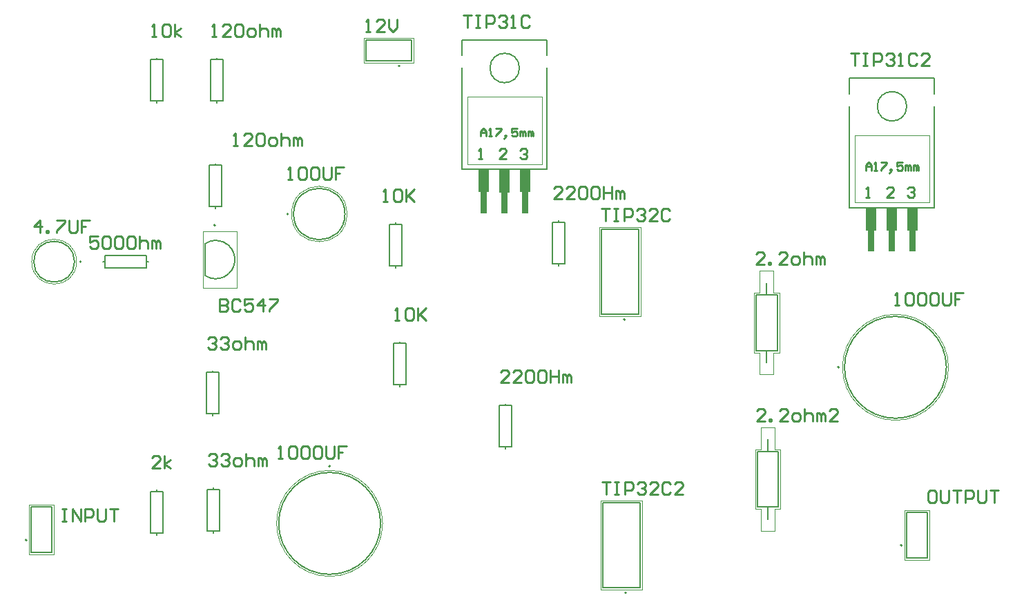
<source format=gto>
G04*
G04 #@! TF.GenerationSoftware,Altium Limited,Altium Designer,22.1.2 (22)*
G04*
G04 Layer_Color=65535*
%FSLAX44Y44*%
%MOMM*%
G71*
G04*
G04 #@! TF.SameCoordinates,19965E84-46C0-4100-99EA-0F3305BD4A74*
G04*
G04*
G04 #@! TF.FilePolarity,Positive*
G04*
G01*
G75*
%ADD10C,0.1270*%
%ADD11C,0.2000*%
%ADD12C,0.0508*%
%ADD13C,0.2540*%
%ADD14C,0.1000*%
%ADD15C,0.0500*%
G36*
X1093470Y885179D02*
X1090930D01*
Y878791D01*
Y859749D01*
X1083323D01*
Y878840D01*
X1083333D01*
Y885179D01*
X1080775D01*
Y913130D01*
X1093470D01*
Y885179D01*
D02*
G37*
G36*
X1042670Y885175D02*
X1040130D01*
Y878805D01*
Y859680D01*
X1032461D01*
Y878840D01*
X1032488D01*
Y885175D01*
X1029958D01*
Y913130D01*
X1042670D01*
Y885175D01*
D02*
G37*
G36*
X1068070Y885117D02*
X1065530D01*
Y878806D01*
Y859674D01*
X1057903D01*
Y878840D01*
X1057907D01*
Y885117D01*
X1055359D01*
Y913130D01*
X1068070D01*
Y885117D01*
D02*
G37*
G36*
X1568450Y838189D02*
X1565910D01*
Y831801D01*
Y812759D01*
X1558303D01*
Y831850D01*
X1558313D01*
Y838189D01*
X1555755D01*
Y866140D01*
X1568450D01*
Y838189D01*
D02*
G37*
G36*
X1517650Y838185D02*
X1515110D01*
Y831815D01*
Y812690D01*
X1507441D01*
Y831850D01*
X1507468D01*
Y838185D01*
X1504939D01*
Y866140D01*
X1517650D01*
Y838185D01*
D02*
G37*
G36*
X1543050Y838127D02*
X1540510D01*
Y831816D01*
Y812684D01*
X1532883D01*
Y831850D01*
X1532887D01*
Y838127D01*
X1530339D01*
Y866140D01*
X1543050D01*
Y838127D01*
D02*
G37*
G54D10*
X716273Y780851D02*
G03*
X716273Y824429I-8803J21789D01*
G01*
X1554734Y990600D02*
G03*
X1554734Y990600I-18034J0D01*
G01*
X1079754Y1037590D02*
G03*
X1079754Y1037590I-18034J0D01*
G01*
X865890Y858520D02*
G03*
X865890Y858520I-31500J0D01*
G01*
X1603410Y670560D02*
G03*
X1603410Y670560I-62500J0D01*
G01*
X909590Y479190D02*
G03*
X909590Y479190I-62500J0D01*
G01*
X534270Y800100D02*
G03*
X534270Y800100I-25000J0D01*
G01*
X693970Y783405D02*
Y821875D01*
Y783405D02*
Y821875D01*
X1181710Y400220D02*
Y504220D01*
X1227710D01*
Y400220D02*
Y504220D01*
X1181710Y400220D02*
X1227710D01*
X1371300Y499400D02*
X1384300D01*
X1397300D01*
Y567400D01*
X1384300D02*
X1397300D01*
X1371300D02*
X1384300D01*
X1371300Y499400D02*
Y567400D01*
X1384300Y487600D02*
Y499400D01*
Y567400D02*
Y579200D01*
X1180440Y735500D02*
Y839500D01*
X1226440D01*
Y735500D02*
Y839500D01*
X1180440Y735500D02*
X1226440D01*
X1484630Y1005840D02*
Y1024890D01*
Y866140D02*
Y990600D01*
X1588770Y1005840D02*
Y1024890D01*
Y866140D02*
Y990600D01*
X1484630Y1024890D02*
X1588770D01*
X1484630Y866140D02*
X1588770D01*
X1009650Y1052830D02*
Y1071880D01*
Y913130D02*
Y1037590D01*
X1113790Y1052830D02*
Y1071880D01*
Y913130D02*
Y1037590D01*
X1009650Y1071880D02*
X1113790D01*
X1009650Y913130D02*
X1113790D01*
X1370030Y691170D02*
X1383030D01*
X1396030D01*
Y759170D01*
X1383030D02*
X1396030D01*
X1370030D02*
X1383030D01*
X1370030Y691170D02*
Y759170D01*
X1383030Y679370D02*
Y691170D01*
Y759170D02*
Y770970D01*
X693991Y783390D02*
G03*
X693991Y821890I13479J19250D01*
G01*
X865890Y858520D02*
G03*
X865890Y858520I-31500J0D01*
G01*
X1603410Y670560D02*
G03*
X1603410Y670560I-62500J0D01*
G01*
X909590Y479190D02*
G03*
X909590Y479190I-62500J0D01*
G01*
X534270Y800100D02*
G03*
X534270Y800100I-25000J0D01*
G01*
X693970Y783405D02*
Y821875D01*
X1181710Y400220D02*
Y504220D01*
X1227710D01*
Y400220D02*
Y504220D01*
X1181710Y400220D02*
X1227710D01*
X1371300Y499400D02*
X1384300D01*
X1397300D01*
Y567400D01*
X1384300D02*
X1397300D01*
X1371300D02*
X1384300D01*
X1371300Y499400D02*
Y567400D01*
X1384300Y484400D02*
Y499400D01*
Y567400D02*
Y582400D01*
X1180440Y735500D02*
Y839500D01*
X1226440D01*
Y735500D02*
Y839500D01*
X1180440Y735500D02*
X1226440D01*
X1370030Y691170D02*
X1383030D01*
X1396030D01*
Y759170D01*
X1383030D02*
X1396030D01*
X1370030D02*
X1383030D01*
X1370030Y691170D02*
Y759170D01*
X1383030Y676170D02*
Y691170D01*
Y759170D02*
Y774170D01*
G54D11*
X706920Y844640D02*
G03*
X706920Y844640I-1000J0D01*
G01*
X475830Y458470D02*
G03*
X475830Y458470I-1000J0D01*
G01*
X1210850Y393990D02*
G03*
X1210850Y393990I-1000J0D01*
G01*
X1209580Y729270D02*
G03*
X1209580Y729270I-1000J0D01*
G01*
X1548980Y452120D02*
G03*
X1548980Y452120I-1000J0D01*
G01*
X796390Y858520D02*
G03*
X796390Y858520I-1000J0D01*
G01*
X1471910Y670560D02*
G03*
X1471910Y670560I-1000J0D01*
G01*
X848090Y549190D02*
G03*
X848090Y549190I-1000J0D01*
G01*
X542770Y800100D02*
G03*
X542770Y800100I-1000J0D01*
G01*
X933180Y1039980D02*
G03*
X933180Y1039980I-1000J0D01*
G01*
X707390Y918210D02*
Y920496D01*
Y865124D02*
Y867410D01*
Y918210D02*
X715010D01*
Y867410D02*
Y918210D01*
X699770Y867410D02*
X715010D01*
X699770D02*
Y918210D01*
X707390D01*
X481330Y443220D02*
X506730D01*
X481330Y499120D02*
X506730D01*
Y443220D02*
Y499120D01*
X481330Y443220D02*
Y499120D01*
X1554480Y436870D02*
X1579880D01*
X1554480Y492770D02*
X1579880D01*
Y436870D02*
Y492770D01*
X1554480Y436870D02*
Y492770D01*
X635000Y1047750D02*
Y1050036D01*
Y994664D02*
Y996950D01*
Y1047750D02*
X642620D01*
Y996950D02*
Y1047750D01*
X627380Y996950D02*
X642620D01*
X627380D02*
Y1047750D01*
X635000D01*
X708660D02*
Y1050036D01*
Y994664D02*
Y996950D01*
Y1047750D02*
X716280D01*
Y996950D02*
Y1047750D01*
X701040Y996950D02*
X716280D01*
X701040D02*
Y1047750D01*
X708660D01*
X622300Y800100D02*
X624586D01*
X569214D02*
X571500D01*
X622300Y792480D02*
Y800100D01*
X571500Y792480D02*
X622300D01*
X571500D02*
Y807720D01*
X622300D01*
Y800100D02*
Y807720D01*
X947430Y1046480D02*
Y1071880D01*
X891530Y1046480D02*
Y1071880D01*
X947430D01*
X891530Y1046480D02*
X947430D01*
X704850Y520700D02*
Y522986D01*
Y467614D02*
Y469900D01*
Y520700D02*
X712470D01*
Y469900D02*
Y520700D01*
X697230Y469900D02*
X712470D01*
X697230D02*
Y520700D01*
X704850D01*
X635000Y518160D02*
Y520446D01*
Y465074D02*
Y467360D01*
Y518160D02*
X642620D01*
Y467360D02*
Y518160D01*
X627380Y467360D02*
X642620D01*
X627380D02*
Y518160D01*
X635000D01*
X928370Y845820D02*
Y848106D01*
Y792734D02*
Y795020D01*
Y845820D02*
X935990D01*
Y795020D02*
Y845820D01*
X920750Y795020D02*
X935990D01*
X920750D02*
Y845820D01*
X928370D01*
X933450Y646684D02*
Y648970D01*
Y699770D02*
Y702056D01*
X925830Y648970D02*
X933450D01*
X925830D02*
Y699770D01*
X941070D01*
Y648970D02*
Y699770D01*
X933450Y648970D02*
X941070D01*
X703580Y664210D02*
Y666496D01*
Y611124D02*
Y613410D01*
Y664210D02*
X711200D01*
Y613410D02*
Y664210D01*
X695960Y613410D02*
X711200D01*
X695960D02*
Y664210D01*
X703580D01*
X1120140Y848360D02*
X1127760D01*
X1120140Y797560D02*
Y848360D01*
Y797560D02*
X1135380D01*
Y848360D01*
X1127760D02*
X1135380D01*
X1127760Y795274D02*
Y797560D01*
Y848360D02*
Y850646D01*
X1062990Y623570D02*
Y625856D01*
Y570484D02*
Y572770D01*
Y623570D02*
X1070610D01*
Y572770D02*
Y623570D01*
X1055370Y572770D02*
X1070610D01*
X1055370D02*
Y623570D01*
X1062990D01*
X706920Y844640D02*
G03*
X706920Y844640I-1000J0D01*
G01*
X475830Y458470D02*
G03*
X475830Y458470I-1000J0D01*
G01*
X1210850Y393990D02*
G03*
X1210850Y393990I-1000J0D01*
G01*
X1209580Y729270D02*
G03*
X1209580Y729270I-1000J0D01*
G01*
X1548980Y452120D02*
G03*
X1548980Y452120I-1000J0D01*
G01*
X796390Y858520D02*
G03*
X796390Y858520I-1000J0D01*
G01*
X1471910Y670560D02*
G03*
X1471910Y670560I-1000J0D01*
G01*
X848090Y549190D02*
G03*
X848090Y549190I-1000J0D01*
G01*
X542770Y800100D02*
G03*
X542770Y800100I-1000J0D01*
G01*
X933180Y1039980D02*
G03*
X933180Y1039980I-1000J0D01*
G01*
G54D12*
X1490980Y872490D02*
Y955040D01*
X1582420D01*
Y872490D02*
Y955040D01*
X1490980Y872490D02*
X1582420D01*
X1016000Y919480D02*
Y1002030D01*
X1107440D01*
Y919480D02*
Y1002030D01*
X1016000Y919480D02*
X1107440D01*
G54D13*
X1504950Y911860D02*
Y918463D01*
X1508252Y921765D01*
X1511553Y918463D01*
Y911860D01*
Y916813D01*
X1504950D01*
X1514855Y911860D02*
X1518157D01*
X1516506D01*
Y921765D01*
X1514855Y920114D01*
X1523109Y921765D02*
X1529713D01*
Y920114D01*
X1523109Y913511D01*
Y911860D01*
X1534665Y910209D02*
X1536316Y911860D01*
Y913511D01*
X1534665D01*
Y911860D01*
X1536316D01*
X1534665Y910209D01*
X1533014Y908558D01*
X1549523Y921765D02*
X1542919D01*
Y916813D01*
X1546221Y918463D01*
X1547872D01*
X1549523Y916813D01*
Y913511D01*
X1547872Y911860D01*
X1544570D01*
X1542919Y913511D01*
X1552824Y911860D02*
Y918463D01*
X1554475D01*
X1556126Y916813D01*
Y911860D01*
Y916813D01*
X1557777Y918463D01*
X1559427Y916813D01*
Y911860D01*
X1562729D02*
Y918463D01*
X1564380D01*
X1566031Y916813D01*
Y911860D01*
Y916813D01*
X1567682Y918463D01*
X1569332Y916813D01*
Y911860D01*
X1032510Y953770D02*
Y960373D01*
X1035812Y963675D01*
X1039113Y960373D01*
Y953770D01*
Y958723D01*
X1032510D01*
X1042415Y953770D02*
X1045717D01*
X1044066D01*
Y963675D01*
X1042415Y962024D01*
X1050669Y963675D02*
X1057272D01*
Y962024D01*
X1050669Y955421D01*
Y953770D01*
X1062225Y952119D02*
X1063876Y953770D01*
Y955421D01*
X1062225D01*
Y953770D01*
X1063876D01*
X1062225Y952119D01*
X1060574Y950468D01*
X1077083Y963675D02*
X1070479D01*
Y958723D01*
X1073781Y960373D01*
X1075432D01*
X1077083Y958723D01*
Y955421D01*
X1075432Y953770D01*
X1072130D01*
X1070479Y955421D01*
X1080384Y953770D02*
Y960373D01*
X1082035D01*
X1083686Y958723D01*
Y953770D01*
Y958723D01*
X1085337Y960373D01*
X1086988Y958723D01*
Y953770D01*
X1090289D02*
Y960373D01*
X1091940D01*
X1093591Y958723D01*
Y953770D01*
Y958723D01*
X1095242Y960373D01*
X1096892Y958723D01*
Y953770D01*
X1381249Y604774D02*
X1371092D01*
X1381249Y614931D01*
Y617470D01*
X1378710Y620009D01*
X1373631D01*
X1371092Y617470D01*
X1386327Y604774D02*
Y607313D01*
X1388866D01*
Y604774D01*
X1386327D01*
X1409180D02*
X1399023D01*
X1409180Y614931D01*
Y617470D01*
X1406640Y620009D01*
X1401562D01*
X1399023Y617470D01*
X1416797Y604774D02*
X1421876D01*
X1424415Y607313D01*
Y612392D01*
X1421876Y614931D01*
X1416797D01*
X1414258Y612392D01*
Y607313D01*
X1416797Y604774D01*
X1429493Y620009D02*
Y604774D01*
Y612392D01*
X1432032Y614931D01*
X1437111D01*
X1439650Y612392D01*
Y604774D01*
X1444728D02*
Y614931D01*
X1447267D01*
X1449807Y612392D01*
Y604774D01*
Y612392D01*
X1452346Y614931D01*
X1454885Y612392D01*
Y604774D01*
X1470120D02*
X1459963D01*
X1470120Y614931D01*
Y617470D01*
X1467581Y620009D01*
X1462502D01*
X1459963Y617470D01*
X1131821Y876808D02*
X1121664D01*
X1131821Y886965D01*
Y889504D01*
X1129281Y892043D01*
X1124203D01*
X1121664Y889504D01*
X1147056Y876808D02*
X1136899D01*
X1147056Y886965D01*
Y889504D01*
X1144517Y892043D01*
X1139438D01*
X1136899Y889504D01*
X1152134D02*
X1154673Y892043D01*
X1159752D01*
X1162291Y889504D01*
Y879347D01*
X1159752Y876808D01*
X1154673D01*
X1152134Y879347D01*
Y889504D01*
X1174987Y892043D02*
X1169908D01*
X1167369Y889504D01*
Y879347D01*
X1169908Y876808D01*
X1174987D01*
X1177526Y879347D01*
Y889504D01*
X1174987Y892043D01*
X1182604D02*
Y876808D01*
Y884426D01*
X1192761D01*
Y892043D01*
Y876808D01*
X1197839D02*
Y886965D01*
X1200378D01*
X1202918Y884426D01*
Y876808D01*
Y884426D01*
X1205457Y886965D01*
X1207996Y884426D01*
Y876808D01*
X1379979Y796544D02*
X1369822D01*
X1379979Y806701D01*
Y809240D01*
X1377440Y811779D01*
X1372361D01*
X1369822Y809240D01*
X1385057Y796544D02*
Y799083D01*
X1387596D01*
Y796544D01*
X1385057D01*
X1407910D02*
X1397753D01*
X1407910Y806701D01*
Y809240D01*
X1405370Y811779D01*
X1400292D01*
X1397753Y809240D01*
X1415527Y796544D02*
X1420606D01*
X1423145Y799083D01*
Y804162D01*
X1420606Y806701D01*
X1415527D01*
X1412988Y804162D01*
Y799083D01*
X1415527Y796544D01*
X1428223Y811779D02*
Y796544D01*
Y804162D01*
X1430762Y806701D01*
X1435841D01*
X1438380Y804162D01*
Y796544D01*
X1443458D02*
Y806701D01*
X1445997D01*
X1448537Y804162D01*
Y796544D01*
Y804162D01*
X1451076Y806701D01*
X1453615Y804162D01*
Y796544D01*
X1181608Y529839D02*
X1191765D01*
X1186686D01*
Y514604D01*
X1196843Y529839D02*
X1201921D01*
X1199382D01*
Y514604D01*
X1196843D01*
X1201921D01*
X1209539D02*
Y529839D01*
X1217157D01*
X1219696Y527300D01*
Y522221D01*
X1217157Y519682D01*
X1209539D01*
X1224774Y527300D02*
X1227313Y529839D01*
X1232392D01*
X1234931Y527300D01*
Y524761D01*
X1232392Y522221D01*
X1229852D01*
X1232392D01*
X1234931Y519682D01*
Y517143D01*
X1232392Y514604D01*
X1227313D01*
X1224774Y517143D01*
X1250166Y514604D02*
X1240009D01*
X1250166Y524761D01*
Y527300D01*
X1247627Y529839D01*
X1242548D01*
X1240009Y527300D01*
X1265401D02*
X1262862Y529839D01*
X1257783D01*
X1255244Y527300D01*
Y517143D01*
X1257783Y514604D01*
X1262862D01*
X1265401Y517143D01*
X1280636Y514604D02*
X1270479D01*
X1280636Y524761D01*
Y527300D01*
X1278097Y529839D01*
X1273018D01*
X1270479Y527300D01*
X1180338Y865119D02*
X1190495D01*
X1185416D01*
Y849884D01*
X1195573Y865119D02*
X1200651D01*
X1198112D01*
Y849884D01*
X1195573D01*
X1200651D01*
X1208269D02*
Y865119D01*
X1215887D01*
X1218426Y862580D01*
Y857502D01*
X1215887Y854962D01*
X1208269D01*
X1223504Y862580D02*
X1226043Y865119D01*
X1231122D01*
X1233661Y862580D01*
Y860041D01*
X1231122Y857502D01*
X1228582D01*
X1231122D01*
X1233661Y854962D01*
Y852423D01*
X1231122Y849884D01*
X1226043D01*
X1223504Y852423D01*
X1248896Y849884D02*
X1238739D01*
X1248896Y860041D01*
Y862580D01*
X1246357Y865119D01*
X1241278D01*
X1238739Y862580D01*
X1264131D02*
X1261592Y865119D01*
X1256513D01*
X1253974Y862580D01*
Y852423D01*
X1256513Y849884D01*
X1261592D01*
X1264131Y852423D01*
X1486408Y1055365D02*
X1496565D01*
X1491486D01*
Y1040130D01*
X1501643Y1055365D02*
X1506721D01*
X1504182D01*
Y1040130D01*
X1501643D01*
X1506721D01*
X1514339D02*
Y1055365D01*
X1521956D01*
X1524496Y1052826D01*
Y1047747D01*
X1521956Y1045208D01*
X1514339D01*
X1529574Y1052826D02*
X1532113Y1055365D01*
X1537192D01*
X1539731Y1052826D01*
Y1050287D01*
X1537192Y1047747D01*
X1534652D01*
X1537192D01*
X1539731Y1045208D01*
Y1042669D01*
X1537192Y1040130D01*
X1532113D01*
X1529574Y1042669D01*
X1544809Y1040130D02*
X1549888D01*
X1547348D01*
Y1055365D01*
X1544809Y1052826D01*
X1567662D02*
X1565123Y1055365D01*
X1560044D01*
X1557505Y1052826D01*
Y1042669D01*
X1560044Y1040130D01*
X1565123D01*
X1567662Y1042669D01*
X1582897Y1040130D02*
X1572740D01*
X1582897Y1050287D01*
Y1052826D01*
X1580358Y1055365D01*
X1575279D01*
X1572740Y1052826D01*
X1011428Y1102355D02*
X1021585D01*
X1016506D01*
Y1087120D01*
X1026663Y1102355D02*
X1031741D01*
X1029202D01*
Y1087120D01*
X1026663D01*
X1031741D01*
X1039359D02*
Y1102355D01*
X1046976D01*
X1049516Y1099816D01*
Y1094737D01*
X1046976Y1092198D01*
X1039359D01*
X1054594Y1099816D02*
X1057133Y1102355D01*
X1062212D01*
X1064751Y1099816D01*
Y1097277D01*
X1062212Y1094737D01*
X1059672D01*
X1062212D01*
X1064751Y1092198D01*
Y1089659D01*
X1062212Y1087120D01*
X1057133D01*
X1054594Y1089659D01*
X1069829Y1087120D02*
X1074908D01*
X1072368D01*
Y1102355D01*
X1069829Y1099816D01*
X1092682D02*
X1090143Y1102355D01*
X1085064D01*
X1082525Y1099816D01*
Y1089659D01*
X1085064Y1087120D01*
X1090143D01*
X1092682Y1089659D01*
X712482Y754378D02*
Y739143D01*
X720099D01*
X722638Y741682D01*
Y744221D01*
X720099Y746760D01*
X712482D01*
X720099D01*
X722638Y749299D01*
Y751838D01*
X720099Y754378D01*
X712482D01*
X737873Y751838D02*
X735334Y754378D01*
X730256D01*
X727717Y751838D01*
Y741682D01*
X730256Y739143D01*
X735334D01*
X737873Y741682D01*
X753108Y754378D02*
X742952D01*
Y746760D01*
X748030Y749299D01*
X750569D01*
X753108Y746760D01*
Y741682D01*
X750569Y739143D01*
X745491D01*
X742952Y741682D01*
X765804Y739143D02*
Y754378D01*
X758187Y746760D01*
X768343D01*
X773422Y754378D02*
X783578D01*
Y751838D01*
X773422Y741682D01*
Y739143D01*
X1588781Y519427D02*
X1583703D01*
X1581164Y516888D01*
Y506732D01*
X1583703Y504193D01*
X1588781D01*
X1591321Y506732D01*
Y516888D01*
X1588781Y519427D01*
X1596399D02*
Y506732D01*
X1598938Y504193D01*
X1604017D01*
X1606556Y506732D01*
Y519427D01*
X1611634D02*
X1621791D01*
X1616712D01*
Y504193D01*
X1626869D02*
Y519427D01*
X1634487D01*
X1637026Y516888D01*
Y511810D01*
X1634487Y509271D01*
X1626869D01*
X1642104Y519427D02*
Y506732D01*
X1644643Y504193D01*
X1649722D01*
X1652261Y506732D01*
Y519427D01*
X1657339D02*
X1667496D01*
X1662418D01*
Y504193D01*
X519441Y496567D02*
X524519D01*
X521980D01*
Y481333D01*
X519441D01*
X524519D01*
X532137D02*
Y496567D01*
X542294Y481333D01*
Y496567D01*
X547372Y481333D02*
Y496567D01*
X554990D01*
X557529Y494028D01*
Y488950D01*
X554990Y486411D01*
X547372D01*
X562607Y496567D02*
Y483872D01*
X565146Y481333D01*
X570225D01*
X572764Y483872D01*
Y496567D01*
X577842D02*
X587999D01*
X582921D01*
Y481333D01*
X796036Y900430D02*
X801114D01*
X798575D01*
Y915665D01*
X796036Y913126D01*
X808732D02*
X811271Y915665D01*
X816349D01*
X818889Y913126D01*
Y902969D01*
X816349Y900430D01*
X811271D01*
X808732Y902969D01*
Y913126D01*
X823967D02*
X826506Y915665D01*
X831584D01*
X834124Y913126D01*
Y902969D01*
X831584Y900430D01*
X826506D01*
X823967Y902969D01*
Y913126D01*
X839202Y915665D02*
Y902969D01*
X841741Y900430D01*
X846820D01*
X849359Y902969D01*
Y915665D01*
X864594D02*
X854437D01*
Y908047D01*
X859516D01*
X854437D01*
Y900430D01*
X1540524Y746762D02*
X1545602D01*
X1543063D01*
Y761998D01*
X1540524Y759458D01*
X1553219D02*
X1555759Y761998D01*
X1560837D01*
X1563376Y759458D01*
Y749302D01*
X1560837Y746762D01*
X1555759D01*
X1553219Y749302D01*
Y759458D01*
X1568454D02*
X1570994Y761998D01*
X1576072D01*
X1578611Y759458D01*
Y749302D01*
X1576072Y746762D01*
X1570994D01*
X1568454Y749302D01*
Y759458D01*
X1583690D02*
X1586229Y761998D01*
X1591307D01*
X1593846Y759458D01*
Y749302D01*
X1591307Y746762D01*
X1586229D01*
X1583690Y749302D01*
Y759458D01*
X1598925Y761998D02*
Y749302D01*
X1601464Y746762D01*
X1606542D01*
X1609081Y749302D01*
Y761998D01*
X1624317D02*
X1614160D01*
Y754380D01*
X1619238D01*
X1614160D01*
Y746762D01*
X784352Y558800D02*
X789430D01*
X786891D01*
Y574035D01*
X784352Y571496D01*
X797048D02*
X799587Y574035D01*
X804665D01*
X807205Y571496D01*
Y561339D01*
X804665Y558800D01*
X799587D01*
X797048Y561339D01*
Y571496D01*
X812283D02*
X814822Y574035D01*
X819901D01*
X822440Y571496D01*
Y561339D01*
X819901Y558800D01*
X814822D01*
X812283Y561339D01*
Y571496D01*
X827518D02*
X830057Y574035D01*
X835136D01*
X837675Y571496D01*
Y561339D01*
X835136Y558800D01*
X830057D01*
X827518Y561339D01*
Y571496D01*
X842753Y574035D02*
Y561339D01*
X845292Y558800D01*
X850371D01*
X852910Y561339D01*
Y574035D01*
X868145D02*
X857988D01*
Y566418D01*
X863066D01*
X857988D01*
Y558800D01*
X491741Y835406D02*
Y850641D01*
X484124Y843024D01*
X494281D01*
X499359Y835406D02*
Y837945D01*
X501898D01*
Y835406D01*
X499359D01*
X512055Y850641D02*
X522212D01*
Y848102D01*
X512055Y837945D01*
Y835406D01*
X527290Y850641D02*
Y837945D01*
X529829Y835406D01*
X534908D01*
X537447Y837945D01*
Y850641D01*
X552682D02*
X542525D01*
Y843024D01*
X547603D01*
X542525D01*
Y835406D01*
X628904Y1076198D02*
X633982D01*
X631443D01*
Y1091433D01*
X628904Y1088894D01*
X641600D02*
X644139Y1091433D01*
X649217D01*
X651757Y1088894D01*
Y1078737D01*
X649217Y1076198D01*
X644139D01*
X641600Y1078737D01*
Y1088894D01*
X656835Y1076198D02*
Y1091433D01*
Y1081276D02*
X664453Y1086355D01*
X656835Y1081276D02*
X664453Y1076198D01*
X702564D02*
X707642D01*
X705103D01*
Y1091433D01*
X702564Y1088894D01*
X725417Y1076198D02*
X715260D01*
X725417Y1086355D01*
Y1088894D01*
X722877Y1091433D01*
X717799D01*
X715260Y1088894D01*
X730495D02*
X733034Y1091433D01*
X738112D01*
X740652Y1088894D01*
Y1078737D01*
X738112Y1076198D01*
X733034D01*
X730495Y1078737D01*
Y1088894D01*
X748269Y1076198D02*
X753348D01*
X755887Y1078737D01*
Y1083816D01*
X753348Y1086355D01*
X748269D01*
X745730Y1083816D01*
Y1078737D01*
X748269Y1076198D01*
X760965Y1091433D02*
Y1076198D01*
Y1083816D01*
X763504Y1086355D01*
X768583D01*
X771122Y1083816D01*
Y1076198D01*
X776200D02*
Y1086355D01*
X778739D01*
X781279Y1083816D01*
Y1076198D01*
Y1083816D01*
X783818Y1086355D01*
X786357Y1083816D01*
Y1076198D01*
X563369Y831591D02*
X553212D01*
Y823973D01*
X558290Y826513D01*
X560830D01*
X563369Y823973D01*
Y818895D01*
X560830Y816356D01*
X555751D01*
X553212Y818895D01*
X568447Y829052D02*
X570986Y831591D01*
X576065D01*
X578604Y829052D01*
Y818895D01*
X576065Y816356D01*
X570986D01*
X568447Y818895D01*
Y829052D01*
X583682D02*
X586221Y831591D01*
X591300D01*
X593839Y829052D01*
Y818895D01*
X591300Y816356D01*
X586221D01*
X583682Y818895D01*
Y829052D01*
X606535Y831591D02*
X601456D01*
X598917Y829052D01*
Y818895D01*
X601456Y816356D01*
X606535D01*
X609074Y818895D01*
Y829052D01*
X606535Y831591D01*
X614152D02*
Y816356D01*
Y823973D01*
X616692Y826513D01*
X621770D01*
X624309Y823973D01*
Y816356D01*
X629387D02*
Y826513D01*
X631926D01*
X634466Y823973D01*
Y816356D01*
Y823973D01*
X637005Y826513D01*
X639544Y823973D01*
Y816356D01*
X891286Y1082294D02*
X896364D01*
X893825D01*
Y1097529D01*
X891286Y1094990D01*
X914139Y1082294D02*
X903982D01*
X914139Y1092451D01*
Y1094990D01*
X911599Y1097529D01*
X906521D01*
X903982Y1094990D01*
X919217Y1097529D02*
Y1087372D01*
X924295Y1082294D01*
X929374Y1087372D01*
Y1097529D01*
X698754Y561844D02*
X701293Y564383D01*
X706372D01*
X708911Y561844D01*
Y559305D01*
X706372Y556766D01*
X703832D01*
X706372D01*
X708911Y554226D01*
Y551687D01*
X706372Y549148D01*
X701293D01*
X698754Y551687D01*
X713989Y561844D02*
X716528Y564383D01*
X721607D01*
X724146Y561844D01*
Y559305D01*
X721607Y556766D01*
X719067D01*
X721607D01*
X724146Y554226D01*
Y551687D01*
X721607Y549148D01*
X716528D01*
X713989Y551687D01*
X731763Y549148D02*
X736842D01*
X739381Y551687D01*
Y556766D01*
X736842Y559305D01*
X731763D01*
X729224Y556766D01*
Y551687D01*
X731763Y549148D01*
X744459Y564383D02*
Y549148D01*
Y556766D01*
X746998Y559305D01*
X752077D01*
X754616Y556766D01*
Y549148D01*
X759694D02*
Y559305D01*
X762234D01*
X764773Y556766D01*
Y549148D01*
Y556766D01*
X767312Y559305D01*
X769851Y556766D01*
Y549148D01*
X639061Y546608D02*
X628904D01*
X639061Y556765D01*
Y559304D01*
X636521Y561843D01*
X631443D01*
X628904Y559304D01*
X644139Y546608D02*
Y561843D01*
Y551686D02*
X651757Y556765D01*
X644139Y551686D02*
X651757Y546608D01*
X913136Y873763D02*
X918214D01*
X915675D01*
Y888997D01*
X913136Y886458D01*
X925832D02*
X928371Y888997D01*
X933450D01*
X935989Y886458D01*
Y876302D01*
X933450Y873763D01*
X928371D01*
X925832Y876302D01*
Y886458D01*
X941067Y888997D02*
Y873763D01*
Y878841D01*
X951224Y888997D01*
X943606Y881380D01*
X951224Y873763D01*
X728994Y942343D02*
X734072D01*
X731533D01*
Y957578D01*
X728994Y955038D01*
X751846Y942343D02*
X741689D01*
X751846Y952499D01*
Y955038D01*
X749307Y957578D01*
X744229D01*
X741689Y955038D01*
X756925D02*
X759464Y957578D01*
X764542D01*
X767081Y955038D01*
Y944882D01*
X764542Y942343D01*
X759464D01*
X756925Y944882D01*
Y955038D01*
X774699Y942343D02*
X779777D01*
X782316Y944882D01*
Y949960D01*
X779777Y952499D01*
X774699D01*
X772160Y949960D01*
Y944882D01*
X774699Y942343D01*
X787395Y957578D02*
Y942343D01*
Y949960D01*
X789934Y952499D01*
X795012D01*
X797551Y949960D01*
Y942343D01*
X802630D02*
Y952499D01*
X805169D01*
X807708Y949960D01*
Y942343D01*
Y949960D01*
X810247Y952499D01*
X812786Y949960D01*
Y942343D01*
X927354Y728218D02*
X932432D01*
X929893D01*
Y743453D01*
X927354Y740914D01*
X940050D02*
X942589Y743453D01*
X947667D01*
X950207Y740914D01*
Y730757D01*
X947667Y728218D01*
X942589D01*
X940050Y730757D01*
Y740914D01*
X955285Y743453D02*
Y728218D01*
Y733296D01*
X965442Y743453D01*
X957824Y735835D01*
X965442Y728218D01*
X697484Y705354D02*
X700023Y707893D01*
X705101D01*
X707641Y705354D01*
Y702815D01*
X705101Y700275D01*
X702562D01*
X705101D01*
X707641Y697736D01*
Y695197D01*
X705101Y692658D01*
X700023D01*
X697484Y695197D01*
X712719Y705354D02*
X715258Y707893D01*
X720337D01*
X722876Y705354D01*
Y702815D01*
X720337Y700275D01*
X717797D01*
X720337D01*
X722876Y697736D01*
Y695197D01*
X720337Y692658D01*
X715258D01*
X712719Y695197D01*
X730493Y692658D02*
X735572D01*
X738111Y695197D01*
Y700275D01*
X735572Y702815D01*
X730493D01*
X727954Y700275D01*
Y695197D01*
X730493Y692658D01*
X743189Y707893D02*
Y692658D01*
Y700275D01*
X745728Y702815D01*
X750807D01*
X753346Y700275D01*
Y692658D01*
X758424D02*
Y702815D01*
X760964D01*
X763503Y700275D01*
Y692658D01*
Y700275D01*
X766042Y702815D01*
X768581Y700275D01*
Y692658D01*
X1067051Y652018D02*
X1056894D01*
X1067051Y662175D01*
Y664714D01*
X1064511Y667253D01*
X1059433D01*
X1056894Y664714D01*
X1082286Y652018D02*
X1072129D01*
X1082286Y662175D01*
Y664714D01*
X1079747Y667253D01*
X1074668D01*
X1072129Y664714D01*
X1087364D02*
X1089903Y667253D01*
X1094982D01*
X1097521Y664714D01*
Y654557D01*
X1094982Y652018D01*
X1089903D01*
X1087364Y654557D01*
Y664714D01*
X1110217Y667253D02*
X1105138D01*
X1102599Y664714D01*
Y654557D01*
X1105138Y652018D01*
X1110217D01*
X1112756Y654557D01*
Y664714D01*
X1110217Y667253D01*
X1117834D02*
Y652018D01*
Y659635D01*
X1127991D01*
Y667253D01*
Y652018D01*
X1133069D02*
Y662175D01*
X1135609D01*
X1138148Y659635D01*
Y652018D01*
Y659635D01*
X1140687Y662175D01*
X1143226Y659635D01*
Y652018D01*
X1555773Y889433D02*
X1557891Y891551D01*
X1562128D01*
X1564247Y889433D01*
Y887314D01*
X1562128Y885195D01*
X1560010D01*
X1562128D01*
X1564247Y883077D01*
Y880958D01*
X1562128Y878840D01*
X1557891D01*
X1555773Y880958D01*
X1538815Y878840D02*
X1530347D01*
X1538815Y887309D01*
Y889426D01*
X1536698Y891543D01*
X1532464D01*
X1530347Y889426D01*
X1504892Y878840D02*
X1509132D01*
X1507012D01*
Y891559D01*
X1504892Y889439D01*
X1080793Y936423D02*
X1082911Y938541D01*
X1087148D01*
X1089267Y936423D01*
Y934304D01*
X1087148Y932186D01*
X1085030D01*
X1087148D01*
X1089267Y930067D01*
Y927949D01*
X1087148Y925830D01*
X1082911D01*
X1080793Y927949D01*
X1063835Y925830D02*
X1055367D01*
X1063835Y934299D01*
Y936416D01*
X1061718Y938533D01*
X1057484D01*
X1055367Y936416D01*
X1029912Y925830D02*
X1034152D01*
X1032032D01*
Y938549D01*
X1029912Y936429D01*
G54D14*
X481330Y443220D02*
X506730D01*
Y499120D01*
X481330D02*
X506730D01*
X481330Y443220D02*
Y499120D01*
X1554480Y436870D02*
X1579880D01*
Y492770D01*
X1554480D02*
X1579880D01*
X1554480Y436870D02*
Y492770D01*
X947430Y1046480D02*
Y1071880D01*
X891530D02*
X947430D01*
X891530Y1046480D02*
Y1071880D01*
Y1046480D02*
X947430D01*
G54D15*
X868390Y858520D02*
G03*
X868390Y858520I-34000J0D01*
G01*
X1605910Y670560D02*
G03*
X1605910Y670560I-65000J0D01*
G01*
X912090Y479190D02*
G03*
X912090Y479190I-65000J0D01*
G01*
X536770Y800100D02*
G03*
X536770Y800100I-27500J0D01*
G01*
X733470Y768140D02*
Y837140D01*
X691470Y768140D02*
X733470D01*
X691470D02*
Y837140D01*
X733470D01*
X478830Y440720D02*
X509230D01*
Y501620D01*
X478830D02*
X509230D01*
X478830Y440720D02*
Y501620D01*
X1179210Y397720D02*
Y506720D01*
X1230210D01*
Y397720D02*
Y506720D01*
X1179210Y397720D02*
X1230210D01*
X1375800Y469900D02*
Y496900D01*
X1368800D02*
X1375800D01*
X1368800D02*
Y569900D01*
X1375800D01*
Y596900D01*
X1392800D01*
Y569900D02*
Y596900D01*
Y569900D02*
X1399800D01*
Y496900D02*
Y569900D01*
X1392800Y496900D02*
X1399800D01*
X1392800Y469900D02*
Y496900D01*
X1375800Y469900D02*
X1392800D01*
X1177940Y733000D02*
Y842000D01*
X1228940D01*
Y733000D02*
Y842000D01*
X1177940Y733000D02*
X1228940D01*
X1551980Y434370D02*
X1582380D01*
Y495270D01*
X1551980D02*
X1582380D01*
X1551980Y434370D02*
Y495270D01*
X949930Y1043980D02*
Y1074380D01*
X889030D02*
X949930D01*
X889030Y1043980D02*
Y1074380D01*
Y1043980D02*
X949930D01*
X1374530Y661670D02*
Y688670D01*
X1367530D02*
X1374530D01*
X1367530D02*
Y761670D01*
X1374530D01*
Y788670D01*
X1391530D01*
Y761670D02*
Y788670D01*
Y761670D02*
X1398530D01*
Y688670D02*
Y761670D01*
X1391530Y688670D02*
X1398530D01*
X1391530Y661670D02*
Y688670D01*
X1374530Y661670D02*
X1391530D01*
M02*

</source>
